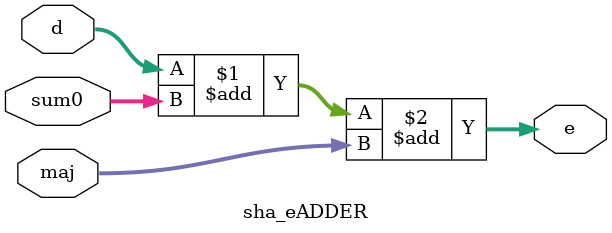
<source format=sv>
module sha_eADDER(
input logic[31:0] d,
input logic[31:0] sum0,
input logic[31:0] maj,
output logic[31:0] e
);
assign e=d+sum0+maj;
endmodule

</source>
